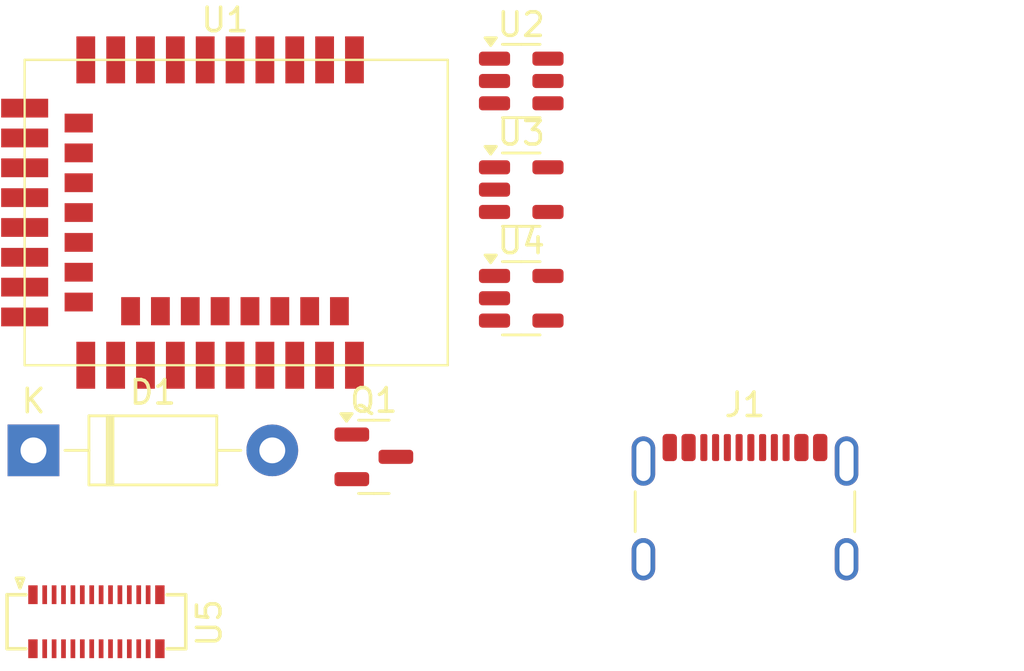
<source format=kicad_pcb>
(kicad_pcb (version 20240108) (generator "pcbnew") (generator_version "8.0")
  (layers (0 "F.Cu" signal) (31 "B.Cu" signal) (34 "B.Paste" user) (35 "F.Paste" user) (36 "B.SilkS" user "B.Silkscreen") (37 "F.SilkS" user "F.Silkscreen") (38 "B.Mask" user) (39 "F.Mask" user) (44 "Edge.Cuts" user))
  (net 0 "")
  (net 1 "Net-(D1-K)")
  (net 2 "/VBUS")
  (net 3 "Net-(Q1-D)")
  (net 47 "Net-(U2-VBUS)")
  (net 48 "Net-(J1-D+-PadA6)")
  (net 49 "Net-(J1-D--PadA7)")
  (net 50 "/D-")
  (net 51 "Net-(J1-SHIELD)")
  (net 52 "/D+")
  (net 53 "GND")
  (net 54 "VCC")
  (net 55 "Net-(U3-EN)")
  (net 57 "/VBAT")
  (net 58 "Net-(U4-PROG)")
  (net 59 "Net-(U4-STAT)")
  (net 61 "Net-(U5-GND-Pad1)")
  (net 80 "Net-(J1-CC2)")
  (net 82 "Net-(J1-CC1)")
  (footprint "Connector_USB:USB_C_Receptacle_GCT_USB4105-xx-A_16P_TopMnt_Horizontal" (layer "F.Cu") (at 101.09 73.855)
    (property "Reference" "J1" (at 0 -5.5 0) (layer "F.SilkS"))
    (property "Value" "USB_C_Receptacle_USB2.0_16P")
    (fp_line (start -4.67 -0.1) (end -4.67 -1.8) (stroke (width 0.12)) (layer "F.SilkS"))
    (fp_line (start 4.67 -0.1) (end 4.67 -1.8) (stroke (width 0.12)) (layer "F.SilkS"))
    (pad "" np_thru_hole circle (at -2.89 -2.605) (size 0.65 0.65) (drill 0.65) (layers "F&B.Cu" "*.Mask"))
    (pad "" np_thru_hole circle (at 2.89 -2.605) (size 0.65 0.65) (drill 0.65) (layers "F&B.Cu" "*.Mask"))
    (pad "A1" smd roundrect (at -3.2 -3.68) (size 0.6 1.15) (layers "F.Cu" "F.Paste" "F.Mask") (net 53 "GND"))
    (pad "A4" smd roundrect (at -2.4 -3.68) (size 0.6 1.15) (layers "F.Cu" "F.Paste" "F.Mask") (net 47 "Net-(U2-VBUS)"))
    (pad "A5" smd roundrect (at -1.25 -3.68) (size 0.3 1.15) (layers "F.Cu" "F.Paste" "F.Mask") (net 82 "Net-(J1-CC1)"))
    (pad "A6" smd roundrect (at -0.25 -3.68) (size 0.3 1.15) (layers "F.Cu" "F.Paste" "F.Mask") (net 48 "Net-(J1-D+-PadA6)"))
    (pad "A7" smd roundrect (at 0.25 -3.68) (size 0.3 1.15) (layers "F.Cu" "F.Paste" "F.Mask") (net 49 "Net-(J1-D--PadA7)"))
    (pad "A8" smd roundrect (at 1.25 -3.68) (size 0.3 1.15) (layers "F.Cu" "F.Paste" "F.Mask"))
    (pad "A9" smd roundrect (at 2.4 -3.68) (size 0.6 1.15) (layers "F.Cu" "F.Paste" "F.Mask") (net 47 "Net-(U2-VBUS)"))
    (pad "A12" smd roundrect (at 3.2 -3.68) (size 0.6 1.15) (layers "F.Cu" "F.Paste" "F.Mask") (net 53 "GND"))
    (pad "B1" smd roundrect (at 3.2 -3.68) (size 0.6 1.15) (layers "F.Cu" "F.Paste" "F.Mask") (net 53 "GND"))
    (pad "B4" smd roundrect (at 2.4 -3.68) (size 0.6 1.15) (layers "F.Cu" "F.Paste" "F.Mask") (net 47 "Net-(U2-VBUS)"))
    (pad "B5" smd roundrect (at 1.75 -3.68) (size 0.3 1.15) (layers "F.Cu" "F.Paste" "F.Mask") (net 80 "Net-(J1-CC2)"))
    (pad "B6" smd roundrect (at 0.75 -3.68) (size 0.3 1.15) (layers "F.Cu" "F.Paste" "F.Mask") (net 48 "Net-(J1-D+-PadA6)"))
    (pad "B7" smd roundrect (at -0.75 -3.68) (size 0.3 1.15) (layers "F.Cu" "F.Paste" "F.Mask") (net 49 "Net-(J1-D--PadA7)"))
    (pad "B8" smd roundrect (at -1.75 -3.68) (size 0.3 1.15) (layers "F.Cu" "F.Paste" "F.Mask"))
    (pad "B9" smd roundrect (at -2.4 -3.68) (size 0.6 1.15) (layers "F.Cu" "F.Paste" "F.Mask") (net 47 "Net-(U2-VBUS)"))
    (pad "B12" smd roundrect (at -3.2 -3.68) (size 0.6 1.15) (layers "F.Cu" "F.Paste" "F.Mask") (net 53 "GND"))
    (pad "S1" thru_hole oval (at -4.32 -3.105) (size 1 2.1) (drill oval 0.6 1.7) (layers "*.Cu" "*.Mask" "F.Paste") (net 51 "Net-(J1-SHIELD)"))
    (pad "S1" thru_hole oval (at -4.32 1.075) (size 1 1.8) (drill oval 0.6 1.4) (layers "*.Cu" "*.Mask" "F.Paste") (net 51 "Net-(J1-SHIELD)"))
    (pad "S1" thru_hole oval (at 4.32 -3.105) (size 1 2.1) (drill oval 0.6 1.7) (layers "*.Cu" "*.Mask" "F.Paste") (net 51 "Net-(J1-SHIELD)"))
    (pad "S1" thru_hole oval (at 4.32 1.075) (size 1 1.8) (drill oval 0.6 1.4) (layers "*.Cu" "*.Mask" "F.Paste") (net 51 "Net-(J1-SHIELD)"))
  )
  (footprint "Package_TO_SOT_SMD:SOT-23-5" (layer "F.Cu") (at 91.5725 59.195)
    (property "Reference" "U3" (at 0 -2.4 0) (layer "F.SilkS"))
    (property "Value" "AP2112K-3.3")
    (fp_line (start 0 -1.56) (end -0.8 -1.56) (stroke (width 0.12)) (layer "F.SilkS"))
    (fp_line (start 0 -1.56) (end 0.8 -1.56) (stroke (width 0.12)) (layer "F.SilkS"))
    (fp_line (start 0 1.56) (end -0.8 1.56) (stroke (width 0.12)) (layer "F.SilkS"))
    (fp_line (start 0 1.56) (end 0.8 1.56) (stroke (width 0.12)) (layer "F.SilkS"))
    (fp_poly (pts (xy -1.3 -1.51) (xy -1.54 -1.84) (xy -1.06 -1.84) (xy -1.3 -1.51)) (stroke (width 0.12)) (fill solid) (layer "F.SilkS"))
    (pad "1" smd roundrect (at -1.1375 -0.95) (size 1.325 0.6) (layers "F.Cu" "F.Paste" "F.Mask") (net 1 "Net-(D1-K)"))
    (pad "2" smd roundrect (at -1.1375 0) (size 1.325 0.6) (layers "F.Cu" "F.Paste" "F.Mask") (net 53 "GND"))
    (pad "3" smd roundrect (at -1.1375 0.95) (size 1.325 0.6) (layers "F.Cu" "F.Paste" "F.Mask") (net 55 "Net-(U3-EN)"))
    (pad "4" smd roundrect (at 1.1375 0.95) (size 1.325 0.6) (layers "F.Cu" "F.Paste" "F.Mask"))
    (pad "5" smd roundrect (at 1.1375 -0.95) (size 1.325 0.6) (layers "F.Cu" "F.Paste" "F.Mask") (net 54 "VCC"))
  )
  (footprint "Package_TO_SOT_SMD:SOT-23-5" (layer "F.Cu") (at 91.5725 63.82)
    (property "Reference" "U4" (at 0 -2.4 0) (layer "F.SilkS"))
    (property "Value" "MCP73831-5-OT")
    (fp_line (start 0 -1.56) (end -0.8 -1.56) (stroke (width 0.12)) (layer "F.SilkS"))
    (fp_line (start 0 -1.56) (end 0.8 -1.56) (stroke (width 0.12)) (layer "F.SilkS"))
    (fp_line (start 0 1.56) (end -0.8 1.56) (stroke (width 0.12)) (layer "F.SilkS"))
    (fp_line (start 0 1.56) (end 0.8 1.56) (stroke (width 0.12)) (layer "F.SilkS"))
    (fp_poly (pts (xy -1.3 -1.51) (xy -1.54 -1.84) (xy -1.06 -1.84) (xy -1.3 -1.51)) (stroke (width 0.12)) (fill solid) (layer "F.SilkS"))
    (pad "1" smd roundrect (at -1.1375 -0.95) (size 1.325 0.6) (layers "F.Cu" "F.Paste" "F.Mask") (net 59 "Net-(U4-STAT)"))
    (pad "2" smd roundrect (at -1.1375 0) (size 1.325 0.6) (layers "F.Cu" "F.Paste" "F.Mask") (net 53 "GND"))
    (pad "3" smd roundrect (at -1.1375 0.95) (size 1.325 0.6) (layers "F.Cu" "F.Paste" "F.Mask") (net 57 "/VBAT"))
    (pad "4" smd roundrect (at 1.1375 0.95) (size 1.325 0.6) (layers "F.Cu" "F.Paste" "F.Mask") (net 2 "/VBUS"))
    (pad "5" smd roundrect (at 1.1375 -0.95) (size 1.325 0.6) (layers "F.Cu" "F.Paste" "F.Mask") (net 58 "Net-(U4-PROG)"))
  )
  (footprint "Diode_THT:D_DO-41_SOD81_P10.16mm_Horizontal" (layer "F.Cu") (at 70.8225 70.295)
    (property "Reference" "D1" (at 5.08 -2.47 0) (layer "F.SilkS"))
    (property "Value" "1N5819")
    (fp_line (start 1.34 0) (end 2.36 0) (stroke (width 0.12)) (layer "F.SilkS"))
    (fp_line (start 2.36 -1.47) (end 2.36 1.47) (stroke (width 0.12)) (layer "F.SilkS"))
    (fp_line (start 2.36 1.47) (end 7.8 1.47) (stroke (width 0.12)) (layer "F.SilkS"))
    (fp_line (start 3.14 -1.47) (end 3.14 1.47) (stroke (width 0.12)) (layer "F.SilkS"))
    (fp_line (start 3.26 -1.47) (end 3.26 1.47) (stroke (width 0.12)) (layer "F.SilkS"))
    (fp_line (start 3.38 -1.47) (end 3.38 1.47) (stroke (width 0.12)) (layer "F.SilkS"))
    (fp_line (start 7.8 -1.47) (end 2.36 -1.47) (stroke (width 0.12)) (layer "F.SilkS"))
    (fp_line (start 7.8 1.47) (end 7.8 -1.47) (stroke (width 0.12)) (layer "F.SilkS"))
    (fp_line (start 8.82 0) (end 7.8 0) (stroke (width 0.12)) (layer "F.SilkS"))
    (fp_text user "K" (at 0 -2.1 0) (layer "F.SilkS"))
    (pad "1" thru_hole rect (at 0 0) (size 2.2 2.2) (drill 1.1) (layers "*.Cu" "*.Mask") (net 1 "Net-(D1-K)"))
    (pad "2" thru_hole oval (at 10.16 0) (size 2.2 2.2) (drill 1.1) (layers "*.Cu" "*.Mask") (net 2 "/VBUS"))
  )
  (footprint "nk600:E73(2G4M08S1C)" (layer "F.Cu") (at 70.4475 66.6703)
    (property "Reference" "U1" (at 8.525 -14.7003 0) (layer "F.SilkS"))
    (property "Value" "E73-2G4M08S1C")
    (fp_line (start 0 -13) (end 18 -13) (stroke (width 0.1)) (layer "F.SilkS"))
    (fp_line (start 0 0) (end 0 -13) (stroke (width 0.1)) (layer "F.SilkS"))
    (fp_line (start 0 0) (end 18 0) (stroke (width 0.1)) (layer "F.SilkS"))
    (fp_line (start 18 0) (end 18 -13) (stroke (width 0.1)) (layer "F.SilkS"))
    (pad "1" smd rect (at 14.03 -13 270) (size 2 0.8) (layers "F.Cu" "F.Paste" "F.Mask"))
    (pad "2" smd rect (at 12.76 -13 270) (size 2 0.8) (layers "F.Cu" "F.Paste" "F.Mask"))
    (pad "3" smd rect (at 11.49 -13 270) (size 2 0.8) (layers "F.Cu" "F.Paste" "F.Mask"))
    (pad "4" smd rect (at 10.22 -13 270) (size 2 0.8) (layers "F.Cu" "F.Paste" "F.Mask"))
    (pad "5" smd rect (at 8.95 -13 270) (size 2 0.8) (layers "F.Cu" "F.Paste" "F.Mask"))
    (pad "6" smd rect (at 7.68 -13 270) (size 2 0.8) (layers "F.Cu" "F.Paste" "F.Mask"))
    (pad "7" smd rect (at 6.41 -13 270) (size 2 0.8) (layers "F.Cu" "F.Paste" "F.Mask"))
    (pad "8" smd rect (at 5.14 -13 270) (size 2 0.8) (layers "F.Cu" "F.Paste" "F.Mask"))
    (pad "9" smd rect (at 3.8728 -13.0003 270) (size 2 0.8) (layers "F.Cu" "F.Paste" "F.Mask"))
    (pad "10" smd rect (at 2.6 -13 270) (size 2 0.8) (layers "F.Cu" "F.Paste" "F.Mask"))
    (pad "11" smd rect (at 0 -10.945) (size 2 0.8) (layers "F.Cu" "F.Paste" "F.Mask"))
    (pad "12" smd rect (at 2.3 -10.30975) (size 1.2 0.8) (layers "F.Cu" "F.Paste" "F.Mask"))
    (pad "13" smd rect (at 0 -9.675) (size 2 0.8) (layers "F.Cu" "F.Paste" "F.Mask"))
    (pad "14" smd rect (at 2.3 -9.03975) (size 1.2 0.8) (layers "F.Cu" "F.Paste" "F.Mask"))
    (pad "15" smd rect (at 0 -8.405) (size 2 0.8) (layers "F.Cu" "F.Paste" "F.Mask"))
    (pad "16" smd rect (at 2.3 -7.76975) (size 1.2 0.8) (layers "F.Cu" "F.Paste" "F.Mask"))
    (pad "17" smd rect (at 0 -7.135) (size 2 0.8) (layers "F.Cu" "F.Paste" "F.Mask"))
    (pad "18" smd rect (at 2.3 -6.49975) (size 1.2 0.8) (layers "F.Cu" "F.Paste" "F.Mask"))
    (pad "19" smd rect (at 0 -5.865) (size 2 0.8) (layers "F.Cu" "F.Paste" "F.Mask"))
    (pad "20" smd rect (at 2.3 -5.22975) (size 1.2 0.8) (layers "F.Cu" "F.Paste" "F.Mask"))
    (pad "21" smd rect (at 0 -4.595) (size 2 0.8) (layers "F.Cu" "F.Paste" "F.Mask"))
    (pad "22" smd rect (at 2.3 -3.95975) (size 1.2 0.8) (layers "F.Cu" "F.Paste" "F.Mask"))
    (pad "23" smd rect (at 0 -3.325) (size 2 0.8) (layers "F.Cu" "F.Paste" "F.Mask"))
    (pad "24" smd rect (at 2.3 -2.69) (size 1.2 0.8) (layers "F.Cu" "F.Paste" "F.Mask"))
    (pad "25" smd rect (at 0 -2.055) (size 2 0.8) (layers "F.Cu" "F.Paste" "F.Mask"))
    (pad "26" smd rect (at 2.6 0 90) (size 2 0.8) (layers "F.Cu" "F.Paste" "F.Mask"))
    (pad "27" smd rect (at 3.87 0 90) (size 2 0.8) (layers "F.Cu" "F.Paste" "F.Mask"))
    (pad "28" smd rect (at 4.505 -2.3 270) (size 1.2 0.8) (layers "F.Cu" "F.Paste" "F.Mask"))
    (pad "29" smd rect (at 5.14 0 90) (size 2 0.8) (layers "F.Cu" "F.Paste" "F.Mask"))
    (pad "30" smd rect (at 5.775 -2.3 270) (size 1.2 0.8) (layers "F.Cu" "F.Paste" "F.Mask"))
    (pad "31" smd rect (at 6.41 0 90) (size 2 0.8) (layers "F.Cu" "F.Paste" "F.Mask"))
    (pad "32" smd rect (at 7.045 -2.3 270) (size 1.2 0.8) (layers "F.Cu" "F.Paste" "F.Mask"))
    (pad "33" smd rect (at 7.68 0 90) (size 2 0.8) (layers "F.Cu" "F.Paste" "F.Mask"))
    (pad "34" smd rect (at 8.315 -2.3 270) (size 1.2 0.8) (layers "F.Cu" "F.Paste" "F.Mask"))
    (pad "35" smd rect (at 8.95 0 90) (size 2 0.8) (layers "F.Cu" "F.Paste" "F.Mask"))
    (pad "36" smd rect (at 9.585 -2.3 270) (size 1.2 0.8) (layers "F.Cu" "F.Paste" "F.Mask"))
    (pad "37" smd rect (at 10.22 0 90) (size 2 0.8) (layers "F.Cu" "F.Paste" "F.Mask"))
    (pad "38" smd rect (at 10.855 -2.3 270) (size 1.2 0.8) (layers "F.Cu" "F.Paste" "F.Mask"))
    (pad "39" smd rect (at 11.49 0 90) (size 2 0.8) (layers "F.Cu" "F.Paste" "F.Mask"))
    (pad "40" smd rect (at 12.125 -2.3 270) (size 1.2 0.8) (layers "F.Cu" "F.Paste" "F.Mask"))
    (pad "41" smd rect (at 12.7572 0.0003 90) (size 2 0.8) (layers "F.Cu" "F.Paste" "F.Mask"))
    (pad "42" smd rect (at 13.39 -2.3 270) (size 1.2 0.8) (layers "F.Cu" "F.Paste" "F.Mask"))
    (pad "43" smd rect (at 14.03 0 90) (size 2 0.8) (layers "F.Cu" "F.Paste" "F.Mask"))
  )
  (footprint "Package_TO_SOT_SMD:SOT-23-6" (layer "F.Cu") (at 91.5725 54.57)
    (property "Reference" "U2" (at 0 -2.4 0) (layer "F.SilkS"))
    (property "Value" "USBLC6-2SC6")
    (fp_line (start 0 -1.56) (end -0.8 -1.56) (stroke (width 0.12)) (layer "F.SilkS"))
    (fp_line (start 0 -1.56) (end 0.8 -1.56) (stroke (width 0.12)) (layer "F.SilkS"))
    (fp_line (start 0 1.56) (end -0.8 1.56) (stroke (width 0.12)) (layer "F.SilkS"))
    (fp_line (start 0 1.56) (end 0.8 1.56) (stroke (width 0.12)) (layer "F.SilkS"))
    (fp_poly (pts (xy -1.3 -1.51) (xy -1.54 -1.84) (xy -1.06 -1.84) (xy -1.3 -1.51)) (stroke (width 0.12)) (fill solid) (layer "F.SilkS"))
    (pad "1" smd roundrect (at -1.1375 -0.95) (size 1.325 0.6) (layers "F.Cu" "F.Paste" "F.Mask") (net 49 "Net-(J1-D--PadA7)"))
    (pad "2" smd roundrect (at -1.1375 0) (size 1.325 0.6) (layers "F.Cu" "F.Paste" "F.Mask") (net 51 "Net-(J1-SHIELD)"))
    (pad "3" smd roundrect (at -1.1375 0.95) (size 1.325 0.6) (layers "F.Cu" "F.Paste" "F.Mask") (net 48 "Net-(J1-D+-PadA6)"))
    (pad "4" smd roundrect (at 1.1375 0.95) (size 1.325 0.6) (layers "F.Cu" "F.Paste" "F.Mask") (net 52 "/D+"))
    (pad "5" smd roundrect (at 1.1375 0) (size 1.325 0.6) (layers "F.Cu" "F.Paste" "F.Mask") (net 47 "Net-(U2-VBUS)"))
    (pad "6" smd roundrect (at 1.1375 -0.95) (size 1.325 0.6) (layers "F.Cu" "F.Paste" "F.Mask") (net 50 "/D-"))
  )
  (footprint "Package_TO_SOT_SMD:SOT-23" (layer "F.Cu") (at 85.3025 70.57)
    (property "Reference" "Q1" (at 0 -2.4 0) (layer "F.SilkS"))
    (property "Value" "AO3401A")
    (fp_line (start 0 -1.56) (end -0.65 -1.56) (stroke (width 0.12)) (layer "F.SilkS"))
    (fp_line (start 0 -1.56) (end 0.65 -1.56) (stroke (width 0.12)) (layer "F.SilkS"))
    (fp_line (start 0 1.56) (end -0.65 1.56) (stroke (width 0.12)) (layer "F.SilkS"))
    (fp_line (start 0 1.56) (end 0.65 1.56) (stroke (width 0.12)) (layer "F.SilkS"))
    (fp_poly (pts (xy -1.1625 -1.51) (xy -1.4025 -1.84) (xy -0.9225 -1.84) (xy -1.1625 -1.51)) (stroke (width 0.12)) (fill solid) (layer "F.SilkS"))
    (pad "1" smd roundrect (at -0.9375 -0.95) (size 1.475 0.6) (layers "F.Cu" "F.Paste" "F.Mask") (net 2 "/VBUS"))
    (pad "2" smd roundrect (at -0.9375 0.95) (size 1.475 0.6) (layers "F.Cu" "F.Paste" "F.Mask") (net 1 "Net-(D1-K)"))
    (pad "3" smd roundrect (at 0.9375 0) (size 1.475 0.6) (layers "F.Cu" "F.Paste" "F.Mask") (net 3 "Net-(Q1-D)"))
  )
  (footprint "nk600:BM14B(0.8)-24DS-0.4V(53)" (layer "F.Cu") (at 73.5 77.59)
    (property "Reference" "U5" (at 4.8 0.05 90) (layer "F.SilkS"))
    (property "Value" "BBQ10KBD")
    (fp_line (start -3.8 -1.15) (end -3 -1.15) (stroke (width 0.15)) (layer "F.SilkS"))
    (fp_line (start -3.8 1.15) (end -3.8 -1.15) (stroke (width 0.15)) (layer "F.SilkS"))
    (fp_line (start -3.4 -1.85) (end -3.1 -1.85) (stroke (width 0.15)) (layer "F.SilkS"))
    (fp_line (start -3.25 -1.45) (end -3.4 -1.85) (stroke (width 0.15)) (layer "F.SilkS"))
    (fp_line (start -3.1 -1.85) (end -3.25 -1.45) (stroke (width 0.15)) (layer "F.SilkS"))
    (fp_line (start -3 1.15) (end -3.8 1.15) (stroke (width 0.15)) (layer "F.SilkS"))
    (fp_line (start 3 -1.15) (end 3.8 -1.15) (stroke (width 0.15)) (layer "F.SilkS"))
    (fp_line (start 3.8 -1.15) (end 3.8 1.15) (stroke (width 0.15)) (layer "F.SilkS"))
    (fp_line (start 3.8 1.15) (end 3 1.15) (stroke (width 0.15)) (layer "F.SilkS"))
    (pad "1" smd rect (at -2.7 -1.15) (size 0.4 0.8) (layers "F.Cu" "F.Paste" "F.Mask") (net 61 "Net-(U5-GND-Pad1)"))
    (pad "2" smd rect (at -2.2 -1.15) (size 0.2 0.8) (layers "F.Cu" "F.Paste" "F.Mask"))
    (pad "3" smd rect (at -1.8 -1.15) (size 0.2 0.8) (layers "F.Cu" "F.Paste" "F.Mask"))
    (pad "4" smd rect (at -1.4 -1.15) (size 0.2 0.8) (layers "F.Cu" "F.Paste" "F.Mask"))
    (pad "5" smd rect (at -1 -1.15) (size 0.2 0.8) (layers "F.Cu" "F.Paste" "F.Mask") (net 61 "Net-(U5-GND-Pad1)"))
    (pad "6" smd rect (at -0.6 -1.15) (size 0.2 0.8) (layers "F.Cu" "F.Paste" "F.Mask"))
    (pad "7" smd rect (at -0.2 -1.15) (size 0.2 0.8) (layers "F.Cu" "F.Paste" "F.Mask"))
    (pad "8" smd rect (at 0.2 -1.15) (size 0.2 0.8) (layers "F.Cu" "F.Paste" "F.Mask"))
    (pad "9" smd rect (at 0.6 -1.15) (size 0.2 0.8) (layers "F.Cu" "F.Paste" "F.Mask"))
    (pad "10" smd rect (at 1 -1.15) (size 0.2 0.8) (layers "F.Cu" "F.Paste" "F.Mask"))
    (pad "11" smd rect (at 1.4 -1.15) (size 0.2 0.8) (layers "F.Cu" "F.Paste" "F.Mask") (net 61 "Net-(U5-GND-Pad1)"))
    (pad "12" smd rect (at 1.8 -1.15) (size 0.2 0.8) (layers "F.Cu" "F.Paste" "F.Mask") (net 61 "Net-(U5-GND-Pad1)"))
    (pad "13" smd rect (at 2.2 -1.15) (size 0.2 0.8) (layers "F.Cu" "F.Paste" "F.Mask") (net 61 "Net-(U5-GND-Pad1)"))
    (pad "14" smd rect (at 2.7 -1.15) (size 0.4 0.8) (layers "F.Cu" "F.Paste" "F.Mask") (net 61 "Net-(U5-GND-Pad1)"))
    (pad "15" smd rect (at 2.7 1.15) (size 0.4 0.8) (layers "F.Cu" "F.Paste" "F.Mask") (net 61 "Net-(U5-GND-Pad1)"))
    (pad "16" smd rect (at 2.2 1.15) (size 0.2 0.8) (layers "F.Cu" "F.Paste" "F.Mask") (net 61 "Net-(U5-GND-Pad1)"))
    (pad "17" smd rect (at 1.8 1.15) (size 0.2 0.8) (layers "F.Cu" "F.Paste" "F.Mask"))
    (pad "18" smd rect (at 1.4 1.15) (size 0.2 0.8) (layers "F.Cu" "F.Paste" "F.Mask"))
    (pad "19" smd rect (at 1 1.15) (size 0.2 0.8) (layers "F.Cu" "F.Paste" "F.Mask"))
    (pad "20" smd rect (at 0.6 1.15) (size 0.2 0.8) (layers "F.Cu" "F.Paste" "F.Mask"))
    (pad "21" smd rect (at 0.2 1.15) (size 0.2 0.8) (layers "F.Cu" "F.Paste" "F.Mask"))
    (pad "22" smd rect (at -0.2 1.15) (size 0.2 0.8) (layers "F.Cu" "F.Paste" "F.Mask"))
    (pad "23" smd rect (at -0.6 1.15) (size 0.2 0.8) (layers "F.Cu" "F.Paste" "F.Mask"))
    (pad "24" smd rect (at -1 1.15) (size 0.2 0.8) (layers "F.Cu" "F.Paste" "F.Mask"))
    (pad "25" smd rect (at -1.4 1.15) (size 0.2 0.8) (layers "F.Cu" "F.Paste" "F.Mask"))
    (pad "26" smd rect (at -1.8 1.15) (size 0.2 0.8) (layers "F.Cu" "F.Paste" "F.Mask"))
    (pad "27" smd rect (at -2.2 1.15) (size 0.2 0.8) (layers "F.Cu" "F.Paste" "F.Mask"))
    (pad "28" smd rect (at -2.7 1.15) (size 0.4 0.8) (layers "F.Cu" "F.Paste" "F.Mask") (net 61 "Net-(U5-GND-Pad1)"))
  )
)
</source>
